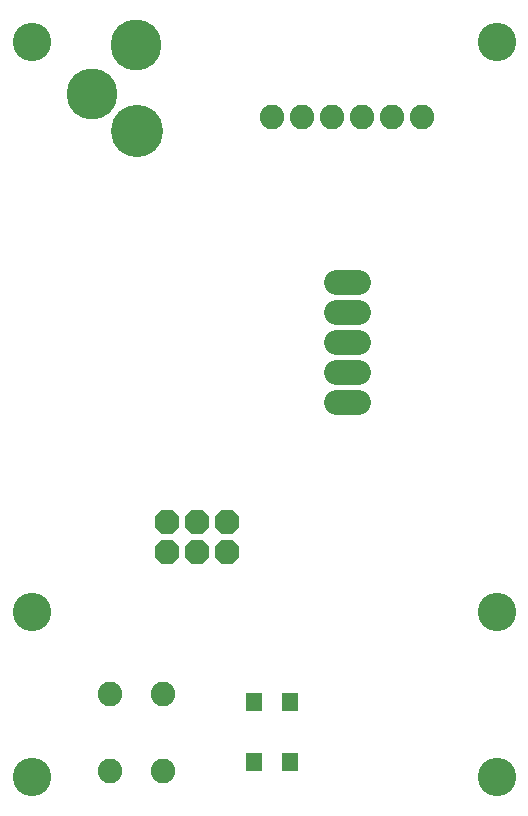
<source format=gts>
G75*
G70*
%OFA0B0*%
%FSLAX24Y24*%
%IPPOS*%
%LPD*%
%AMOC8*
5,1,8,0,0,1.08239X$1,22.5*
%
%ADD10C,0.1740*%
%ADD11C,0.1700*%
%ADD12C,0.0820*%
%ADD13OC8,0.0820*%
%ADD14R,0.0552X0.0631*%
%ADD15C,0.1280*%
%ADD16C,0.0820*%
D10*
X005160Y023196D03*
D11*
X003679Y024447D03*
X005150Y026079D03*
D12*
X009660Y023660D03*
X010660Y023660D03*
X011660Y023660D03*
X012660Y023660D03*
X013660Y023660D03*
X014660Y023660D03*
X006050Y004440D03*
X006050Y001880D03*
X004270Y001880D03*
X004270Y004440D03*
D13*
X006160Y009160D03*
X006160Y010160D03*
X007160Y010160D03*
X007160Y009160D03*
X008160Y009160D03*
X008160Y010160D03*
D14*
X009069Y004160D03*
X010251Y004160D03*
X010251Y002160D03*
X009069Y002160D03*
D15*
X001660Y001660D03*
X001660Y007160D03*
X001660Y026160D03*
X017160Y026160D03*
X017160Y007160D03*
X017160Y001660D03*
D16*
X012530Y014160D02*
X011790Y014160D01*
X011790Y015160D02*
X012530Y015160D01*
X012530Y016160D02*
X011790Y016160D01*
X011790Y017160D02*
X012530Y017160D01*
X012530Y018160D02*
X011790Y018160D01*
M02*

</source>
